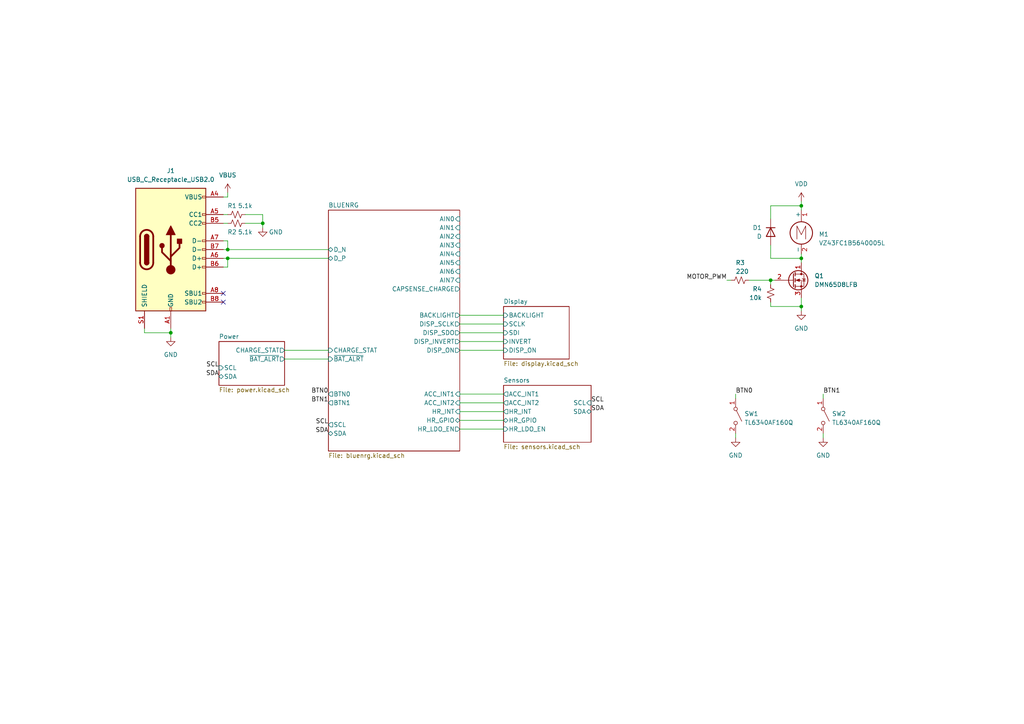
<source format=kicad_sch>
(kicad_sch (version 20230121) (generator eeschema)
  (paper "A4")
  (lib_symbols
    (symbol "Connector:USB_C_Receptacle_USB2.0" (pin_names (offset 1.016))
      (property "Reference" "J" (at -10.16 19.05 0))
      (property "Value" "USB_C_Receptacle_USB2.0" (at 19.05 19.05 0))
      (symbol "USB_C_Receptacle_USB2.0_0_0"
        (rectangle (start -0.254 -17.78) (end 0.254 -16.764))
        (rectangle (start 10.16 -14.986) (end 9.144 -15.494))
        (rectangle (start 10.16 -12.446) (end 9.144 -12.954))
        (rectangle (start 10.16 -4.826) (end 9.144 -5.334))
        (rectangle (start 10.16 -2.286) (end 9.144 -2.794))
        (rectangle (start 10.16 0.254) (end 9.144 -0.254))
        (rectangle (start 10.16 2.794) (end 9.144 2.286))
        (rectangle (start 10.16 7.874) (end 9.144 7.366))
        (rectangle (start 10.16 10.414) (end 9.144 9.906))
        (rectangle (start 10.16 15.494) (end 9.144 14.986))
      )
      (symbol "USB_C_Receptacle_USB2.0_0_1"
        (rectangle (start -10.16 17.78) (end 10.16 -17.78) (stroke (width 0.254)) (fill (type background)))
        (arc (start -8.89 -3.81) (mid -6.985 -5.7067) (end -5.08 -3.81) (stroke (width 0.508)))
        (arc (start -7.62 -3.81) (mid -6.985 -4.4423) (end -6.35 -3.81) (stroke (width 0.254)))
        (arc (start -7.62 -3.81) (mid -6.985 -4.4423) (end -6.35 -3.81) (stroke (width 0.254)) (fill (type outline)))
        (rectangle (start -7.62 -3.81) (end -6.35 3.81) (stroke (width 0.254)) (fill (type outline)))
        (arc (start -6.35 3.81) (mid -6.985 4.4423) (end -7.62 3.81) (stroke (width 0.254)))
        (arc (start -6.35 3.81) (mid -6.985 4.4423) (end -7.62 3.81) (stroke (width 0.254)) (fill (type outline)))
        (arc (start -5.08 3.81) (mid -6.985 5.7067) (end -8.89 3.81) (stroke (width 0.508)))
        (circle (center -2.54 1.143) (radius 0.635) (stroke (width 0.254)) (fill (type outline)))
        (circle (center 0 -5.842) (radius 1.27) (fill (type outline)))
        (polyline (pts (xy -8.89 -3.81) (xy -8.89 3.81)) (stroke (width 0.508)))
        (polyline (pts (xy -5.08 3.81) (xy -5.08 -3.81)) (stroke (width 0.508)))
        (polyline (pts (xy 0 -5.842) (xy 0 4.318)) (stroke (width 0.508)))
        (polyline (pts (xy 0 -3.302) (xy -2.54 -0.762) (xy -2.54 0.508)) (stroke (width 0.508)))
        (polyline (pts (xy 0 -2.032) (xy 2.54 0.508) (xy 2.54 1.778)) (stroke (width 0.508)))
        (polyline (pts (xy -1.27 4.318) (xy 0 6.858) (xy 1.27 4.318) (xy -1.27 4.318)) (stroke (width 0.254)) (fill (type outline)))
        (rectangle (start 1.905 1.778) (end 3.175 3.048) (stroke (width 0.254)) (fill (type outline)))
      )
      (symbol "USB_C_Receptacle_USB2.0_1_1"
        (pin passive line (at 0 -22.86 90) (length 5.08) (name "GND") (number "A1"))
        (pin passive line (at 0 -22.86 90) (length 5.08) hide (name "GND") (number "A12"))
        (pin passive line (at 15.24 15.24 180) (length 5.08) (name "VBUS") (number "A4"))
        (pin bidirectional line (at 15.24 10.16 180) (length 5.08) (name "CC1") (number "A5"))
        (pin bidirectional line (at 15.24 -2.54 180) (length 5.08) (name "D+") (number "A6"))
        (pin bidirectional line (at 15.24 2.54 180) (length 5.08) (name "D-") (number "A7"))
        (pin bidirectional line (at 15.24 -12.7 180) (length 5.08) (name "SBU1") (number "A8"))
        (pin passive line (at 15.24 15.24 180) (length 5.08) hide (name "VBUS") (number "A9"))
        (pin passive line (at 0 -22.86 90) (length 5.08) hide (name "GND") (number "B1"))
        (pin passive line (at 0 -22.86 90) (length 5.08) hide (name "GND") (number "B12"))
        (pin passive line (at 15.24 15.24 180) (length 5.08) hide (name "VBUS") (number "B4"))
        (pin bidirectional line (at 15.24 7.62 180) (length 5.08) (name "CC2") (number "B5"))
        (pin bidirectional line (at 15.24 -5.08 180) (length 5.08) (name "D+") (number "B6"))
        (pin bidirectional line (at 15.24 0 180) (length 5.08) (name "D-") (number "B7"))
        (pin bidirectional line (at 15.24 -15.24 180) (length 5.08) (name "SBU2") (number "B8"))
        (pin passive line (at 15.24 15.24 180) (length 5.08) hide (name "VBUS") (number "B9"))
        (pin passive line (at -7.62 -22.86 90) (length 5.08) (name "SHIELD") (number "S1"))
      )
    )
    (symbol "Device:D" (pin_numbers hide) (pin_names (offset 1.016) hide)
      (property "Reference" "D" (at 0 2.54 0))
      (property "Value" "D" (at 0 -2.54 0))
      (symbol "D_0_1"
        (polyline (pts (xy -1.27 1.27) (xy -1.27 -1.27)) (stroke (width 0.254)))
        (polyline (pts (xy 1.27 0) (xy -1.27 0)))
        (polyline (pts (xy 1.27 1.27) (xy 1.27 -1.27) (xy -1.27 0) (xy 1.27 1.27)) (stroke (width 0.254)))
      )
      (symbol "D_1_1"
        (pin passive line (at -3.81 0 0) (length 2.54) (name "K") (number "1"))
        (pin passive line (at 3.81 0 180) (length 2.54) (name "A") (number "2"))
      )
    )
    (symbol "Device:Q_NMOS_DGS" (pin_names (offset 0) hide)
      (property "Reference" "Q" (at 5.08 1.27 0))
      (property "Value" "Q_NMOS_DGS" (at 5.08 -1.27 0))
      (symbol "Q_NMOS_DGS_0_1"
        (polyline (pts (xy 0.254 0) (xy -2.54 0)))
        (polyline (pts (xy 0.254 1.905) (xy 0.254 -1.905)) (stroke (width 0.254)))
        (polyline (pts (xy 0.762 -1.27) (xy 0.762 -2.286)) (stroke (width 0.254)))
        (polyline (pts (xy 0.762 0.508) (xy 0.762 -0.508)) (stroke (width 0.254)))
        (polyline (pts (xy 0.762 2.286) (xy 0.762 1.27)) (stroke (width 0.254)))
        (polyline (pts (xy 2.54 2.54) (xy 2.54 1.778)))
        (polyline (pts (xy 2.54 -2.54) (xy 2.54 0) (xy 0.762 0)))
        (polyline (pts (xy 0.762 -1.778) (xy 3.302 -1.778) (xy 3.302 1.778) (xy 0.762 1.778)))
        (polyline (pts (xy 1.016 0) (xy 2.032 0.381) (xy 2.032 -0.381) (xy 1.016 0)) (fill (type outline)))
        (polyline (pts (xy 2.794 0.508) (xy 2.921 0.381) (xy 3.683 0.381) (xy 3.81 0.254)))
        (polyline (pts (xy 3.302 0.381) (xy 2.921 -0.254) (xy 3.683 -0.254) (xy 3.302 0.381)))
        (circle (center 1.651 0) (radius 2.794) (stroke (width 0.254)))
        (circle (center 2.54 -1.778) (radius 0.254) (fill (type outline)))
        (circle (center 2.54 1.778) (radius 0.254) (fill (type outline)))
      )
      (symbol "Q_NMOS_DGS_1_1"
        (pin passive line (at 2.54 5.08 270) (length 2.54) (name "D") (number "1"))
        (pin input line (at -5.08 0 0) (length 2.54) (name "G") (number "2"))
        (pin passive line (at 2.54 -5.08 90) (length 2.54) (name "S") (number "3"))
      )
    )
    (symbol "Device:R_Small_US" (pin_numbers hide) (pin_names (offset 0.254) hide)
      (property "Reference" "R" (at 0.762 0.508 0))
      (property "Value" "R_Small_US" (at 0.762 -1.016 0))
      (symbol "R_Small_US_1_1"
        (polyline (pts (xy 0 0) (xy 1.016 -0.381) (xy 0 -0.762) (xy -1.016 -1.143) (xy 0 -1.524)))
        (polyline (pts (xy 0 1.524) (xy 1.016 1.143) (xy 0 0.762) (xy -1.016 0.381) (xy 0 0)))
        (pin passive line (at 0 2.54 270) (length 1.016) (name "~") (number "1"))
        (pin passive line (at 0 -2.54 90) (length 1.016) (name "~") (number "2"))
      )
    )
    (symbol "Motor:Motor_DC" (pin_names (offset 0))
      (property "Reference" "M" (at 2.54 2.54 0))
      (property "Value" "Motor_DC" (at 2.54 -5.08 0))
      (symbol "Motor_DC_0_0"
        (polyline (pts (xy -1.27 -3.302) (xy -1.27 0.508) (xy 0 -2.032) (xy 1.27 0.508) (xy 1.27 -3.302)))
      )
      (symbol "Motor_DC_0_1"
        (circle (center 0 -1.524) (radius 3.2512) (stroke (width 0.254)))
        (polyline (pts (xy 0 -7.62) (xy 0 -7.112)))
        (polyline (pts (xy 0 -4.7752) (xy 0 -5.1816)))
        (polyline (pts (xy 0 1.7272) (xy 0 2.0828)))
        (polyline (pts (xy 0 2.032) (xy 0 2.54)))
      )
      (symbol "Motor_DC_1_1"
        (pin passive line (at 0 5.08 270) (length 2.54) (name "+") (number "1"))
        (pin passive line (at 0 -7.62 90) (length 2.54) (name "-") (number "2"))
      )
    )
    (symbol "Switch:SW_SPST" (pin_names (offset 0) hide)
      (property "Reference" "SW" (at 0 3.175 0))
      (property "Value" "SW_SPST" (at 0 -2.54 0))
      (symbol "SW_SPST_0_0"
        (circle (center -2.032 0) (radius 0.508))
        (polyline (pts (xy -1.524 0.254) (xy 1.524 1.778)))
        (circle (center 2.032 0) (radius 0.508))
      )
      (symbol "SW_SPST_1_1"
        (pin passive line (at -5.08 0 0) (length 2.54) (name "A") (number "1"))
        (pin passive line (at 5.08 0 180) (length 2.54) (name "B") (number "2"))
      )
    )
    (symbol "power:GND" (power) (pin_names (offset 0))
      (property "Value" "GND" (at 0 -3.81 0))
      (symbol "GND_0_1"
        (polyline (pts (xy 0 0) (xy 0 -1.27) (xy 1.27 -1.27) (xy 0 -2.54) (xy -1.27 -1.27) (xy 0 -1.27)))
      )
      (symbol "GND_1_1"
        (pin power_in line (at 0 0 270) (length 0) hide (name "GND") (number "1"))
      )
    )
    (symbol "power:VBUS" (power) (pin_names (offset 0))
      (property "Value" "VBUS" (at 0 3.81 0))
      (symbol "VBUS_0_1"
        (polyline (pts (xy -0.762 1.27) (xy 0 2.54)))
        (polyline (pts (xy 0 0) (xy 0 2.54)))
        (polyline (pts (xy 0 2.54) (xy 0.762 1.27)))
      )
      (symbol "VBUS_1_1"
        (pin power_in line (at 0 0 90) (length 0) hide (name "VBUS") (number "1"))
      )
    )
    (symbol "power:VDD" (power) (pin_names (offset 0))
      (property "Value" "VDD" (at 0 3.81 0))
      (symbol "VDD_0_1"
        (polyline (pts (xy -0.762 1.27) (xy 0 2.54)))
        (polyline (pts (xy 0 0) (xy 0 2.54)))
        (polyline (pts (xy 0 2.54) (xy 0.762 1.27)))
      )
      (symbol "VDD_1_1"
        (pin power_in line (at 0 0 90) (length 0) hide (name "VDD") (number "1"))
      )
    )
  )
  (junction (at 232.41 74.93))
  (junction (at 49.53 96.52))
  (junction (at 232.41 59.69))
  (junction (at 66.04 72.39))
  (junction (at 76.2 64.77))
  (junction (at 232.41 88.9))
  (junction (at 66.04 74.93))
  (junction (at 223.52 81.28))
  (no_connect (at 64.77 87.63))
  (no_connect (at 64.77 85.09))
  (wire (pts (xy 66.04 77.47) (xy 64.77 77.47)))
  (wire (pts (xy 41.91 95.25) (xy 41.91 96.52)))
  (wire (pts (xy 66.04 72.39) (xy 95.25 72.39)))
  (wire (pts (xy 133.35 99.06) (xy 146.05 99.06)))
  (wire (pts (xy 133.35 124.46) (xy 146.05 124.46)))
  (wire (pts (xy 66.04 74.93) (xy 95.25 74.93)))
  (wire (pts (xy 64.77 74.93) (xy 66.04 74.93)))
  (wire (pts (xy 238.76 114.3) (xy 238.76 115.57)))
  (wire (pts (xy 76.2 62.23) (xy 71.12 62.23)))
  (wire (pts (xy 133.35 101.6) (xy 146.05 101.6)))
  (wire (pts (xy 82.55 101.6) (xy 95.25 101.6)))
  (wire (pts (xy 213.36 114.3) (xy 213.36 115.57)))
  (wire (pts (xy 232.41 86.36) (xy 232.41 88.9)))
  (wire (pts (xy 223.52 88.9) (xy 232.41 88.9)))
  (wire (pts (xy 133.35 114.3) (xy 146.05 114.3)))
  (wire (pts (xy 232.41 58.42) (xy 232.41 59.69)))
  (wire (pts (xy 210.82 81.28) (xy 212.09 81.28)))
  (wire (pts (xy 64.77 64.77) (xy 66.04 64.77)))
  (wire (pts (xy 232.41 73.66) (xy 232.41 74.93)))
  (wire (pts (xy 76.2 64.77) (xy 76.2 62.23)))
  (wire (pts (xy 66.04 69.85) (xy 66.04 72.39)))
  (wire (pts (xy 217.17 81.28) (xy 223.52 81.28)))
  (wire (pts (xy 64.77 62.23) (xy 66.04 62.23)))
  (wire (pts (xy 41.91 96.52) (xy 49.53 96.52)))
  (wire (pts (xy 223.52 59.69) (xy 232.41 59.69)))
  (wire (pts (xy 71.12 64.77) (xy 76.2 64.77)))
  (wire (pts (xy 66.04 57.15) (xy 64.77 57.15)))
  (wire (pts (xy 232.41 74.93) (xy 232.41 76.2)))
  (wire (pts (xy 49.53 96.52) (xy 49.53 97.79)))
  (wire (pts (xy 232.41 88.9) (xy 232.41 90.17)))
  (wire (pts (xy 223.52 81.28) (xy 224.79 81.28)))
  (wire (pts (xy 223.52 74.93) (xy 232.41 74.93)))
  (wire (pts (xy 133.35 93.98) (xy 146.05 93.98)))
  (wire (pts (xy 133.35 96.52) (xy 146.05 96.52)))
  (wire (pts (xy 66.04 55.88) (xy 66.04 57.15)))
  (wire (pts (xy 49.53 95.25) (xy 49.53 96.52)))
  (wire (pts (xy 133.35 121.92) (xy 146.05 121.92)))
  (wire (pts (xy 133.35 91.44) (xy 146.05 91.44)))
  (wire (pts (xy 64.77 72.39) (xy 66.04 72.39)))
  (wire (pts (xy 213.36 125.73) (xy 213.36 127)))
  (wire (pts (xy 223.52 82.55) (xy 223.52 81.28)))
  (wire (pts (xy 66.04 74.93) (xy 66.04 77.47)))
  (wire (pts (xy 82.55 104.14) (xy 95.25 104.14)))
  (wire (pts (xy 232.41 59.69) (xy 232.41 60.96)))
  (wire (pts (xy 133.35 116.84) (xy 146.05 116.84)))
  (wire (pts (xy 64.77 69.85) (xy 66.04 69.85)))
  (wire (pts (xy 223.52 87.63) (xy 223.52 88.9)))
  (wire (pts (xy 133.35 119.38) (xy 146.05 119.38)))
  (wire (pts (xy 223.52 71.12) (xy 223.52 74.93)))
  (wire (pts (xy 76.2 66.04) (xy 76.2 64.77)))
  (wire (pts (xy 223.52 63.5) (xy 223.52 59.69)))
  (wire (pts (xy 238.76 125.73) (xy 238.76 127)))
  (label "BTN1" (at 95.25 116.84 180))
  (label "SCL" (at 95.25 123.19 180))
  (label "SCL" (at 63.5 106.68 180))
  (label "MOTOR_PWM" (at 210.82 81.28 180))
  (label "BTN1" (at 238.76 114.3 0))
  (label "SDA" (at 171.45 119.38 0))
  (label "SCL" (at 171.45 116.84 0))
  (label "BTN0" (at 213.36 114.3 0))
  (label "SDA" (at 95.25 125.73 180))
  (label "SDA" (at 63.5 109.22 180))
  (label "BTN0" (at 95.25 114.3 180))
  (symbol (lib_id "Device:R_Small_US") (at 223.52 85.09 0) (unit 1)
    (property "Reference" "R4" (at 220.98 83.82 0) (effects (justify right)))
    (property "Value" "10k" (at 220.98 86.36 0) (effects (justify right)))
    (property "Footprint" "Resistor_SMD:R_0402_1005Metric_Pad0.72x0.64mm_HandSolder" (effects hide))
  )
  (symbol (lib_id "Device:R_Small_US") (at 68.58 62.23 90) (unit 1)
    (property "Reference" "R1" (at 67.31 59.69 90))
    (property "Value" "5.1k" (at 71.12 59.69 90))
    (property "Footprint" "Resistor_SMD:R_0402_1005Metric_Pad0.72x0.64mm_HandSolder" (effects hide))
  )
  (symbol (lib_id "Motor:Motor_DC") (at 232.41 66.04 0) (unit 1)
    (property "Reference" "M1" (at 237.49 67.945 0) (effects (justify left)))
    (property "Value" "VZ43FC1B5640005L" (at 237.49 70.485 0) (effects (justify left)))
    (property "Footprint" "watch:VZ43FC1B5640005L" (effects hide))
  )
  (symbol (lib_id "Device:R_Small_US") (at 214.63 81.28 90) (unit 1)
    (property "Reference" "R3" (at 213.36 76.2 90) (effects (justify right)))
    (property "Value" "220" (at 213.36 78.74 90) (effects (justify right)))
    (property "Footprint" "Resistor_SMD:R_0402_1005Metric_Pad0.72x0.64mm_HandSolder" (effects hide))
  )
  (symbol (lib_id "power:GND") (at 213.36 127 0) (unit 1)
    (property "Reference" "#PWR06" (effects hide))
    (property "Value" "GND" (at 213.36 132.08 0))
  )
  (symbol (lib_id "Switch:SW_SPST") (at 213.36 120.65 270) (unit 1)
    (property "Reference" "SW1" (at 215.9 120.015 90) (effects (justify left)))
    (property "Value" "TL6340AF160Q" (at 215.9 122.555 90) (effects (justify left)))
    (property "Footprint" "watch:SW_TL6340AF160Q" (effects hide))
  )
  (symbol (lib_id "Device:D") (at 223.52 67.31 270) (unit 1)
    (property "Reference" "D1" (at 220.98 66.04 90) (effects (justify right)))
    (property "Value" "D" (at 220.98 68.58 90) (effects (justify right)))
    (property "Footprint" "Diode_SMD:D_0603_1608Metric_Pad1.05x0.95mm_HandSolder" (effects hide))
  )
  (symbol (lib_id "power:GND") (at 238.76 127 0) (unit 1)
    (property "Reference" "#PWR07" (effects hide))
    (property "Value" "GND" (at 238.76 132.08 0))
  )
  (symbol (lib_id "Connector:USB_C_Receptacle_USB2.0") (at 49.53 72.39 0) (unit 1)
    (property "Reference" "J1" (at 49.53 49.53 0))
    (property "Value" "USB_C_Receptacle_USB2.0" (at 49.53 52.07 0))
    (property "Footprint" "watch:MOLEX_2130830005" (effects hide))
    (property "Datasheet" "https://www.usb.org/sites/default/files/documents/usb_type-c.zip" (effects hide))
  )
  (symbol (lib_id "power:GND") (at 232.41 90.17 0) (unit 1)
    (property "Reference" "#PWR04" (effects hide))
    (property "Value" "GND" (at 232.41 95.25 0))
  )
  (symbol (lib_id "Device:R_Small_US") (at 68.58 64.77 90) (unit 1)
    (property "Reference" "R2" (at 67.31 67.31 90))
    (property "Value" "5.1k" (at 71.12 67.31 90))
    (property "Footprint" "Resistor_SMD:R_0402_1005Metric_Pad0.72x0.64mm_HandSolder" (effects hide))
  )
  (symbol (lib_id "power:VDD") (at 232.41 58.42 0) (unit 1)
    (property "Reference" "#PWR02" (effects hide))
    (property "Value" "VDD" (at 232.41 53.34 0))
  )
  (symbol (lib_id "Switch:SW_SPST") (at 238.76 120.65 270) (unit 1)
    (property "Reference" "SW2" (at 241.3 120.015 90) (effects (justify left)))
    (property "Value" "TL6340AF160Q" (at 241.3 122.555 90) (effects (justify left)))
    (property "Footprint" "watch:SW_TL6340AF160Q" (effects hide))
  )
  (symbol (lib_id "power:VBUS") (at 66.04 55.88 0) (unit 1)
    (property "Reference" "#PWR01" (effects hide))
    (property "Value" "VBUS" (at 66.04 50.8 0))
  )
  (symbol (lib_id "power:GND") (at 49.53 97.79 0) (unit 1)
    (property "Reference" "#PWR05" (effects hide))
    (property "Value" "GND" (at 49.53 102.87 0))
  )
  (symbol (lib_id "power:GND") (at 76.2 66.04 0) (unit 1)
    (property "Reference" "#PWR03" (effects hide))
    (property "Value" "GND" (at 80.01 67.31 0))
  )
  (symbol (lib_id "Device:Q_NMOS_DGS") (at 229.87 81.28 0) (unit 1)
    (property "Reference" "Q1" (at 236.22 80.0099 0) (effects (justify left)))
    (property "Value" "DMN65D8LFB" (at 236.22 82.5499 0) (effects (justify left)))
    (property "Footprint" "Package_DFN_QFN:Diodes_DFN1006-3" (effects hide))
    (property "Datasheet" "https://www.diodes.com/assets/Datasheets/DMN65D8LFB.pdf" (effects hide))
  )
  (sheet (at 63.5 99.06) (size 19.05 12.7) (stroke (width 0.1524))
    (property "Sheetname" "Power" (at 63.5 98.3484 0) (effects (justify left bottom)))
    (property "Sheetfile" "power.kicad_sch" (at 63.5 112.3446 0) (effects (justify left top)))
    (pin "CHARGE_STAT" output (at 82.55 101.6 0))
    (pin "SDA" bidirectional (at 63.5 109.22 180))
    (pin "~{BAT_ALRT}" output (at 82.55 104.14 0))
    (pin "SCL" input (at 63.5 106.68 180))
  )
  (sheet (at 146.05 88.9) (size 19.05 15.24) (stroke (width 0.1524))
    (property "Sheetname" "Display" (at 146.05 88.1884 0) (effects (justify left bottom)))
    (property "Sheetfile" "display.kicad_sch" (at 146.05 104.7246 0) (effects (justify left top)))
    (pin "BACKLIGHT" input (at 146.05 91.44 180))
    (pin "SCLK" input (at 146.05 93.98 180))
    (pin "SDI" input (at 146.05 96.52 180))
    (pin "INVERT" input (at 146.05 99.06 180))
    (pin "DISP_ON" input (at 146.05 101.6 180))
  )
  (sheet (at 95.25 60.96) (size 38.1 69.85) (stroke (width 0.1524))
    (property "Sheetname" "BLUENRG" (at 95.25 60.2484 0) (effects (justify left bottom)))
    (property "Sheetfile" "bluenrg.kicad_sch" (at 95.25 131.3946 0) (effects (justify left top)))
    (pin "D_N" bidirectional (at 95.25 72.39 180))
    (pin "D_P" bidirectional (at 95.25 74.93 180))
    (pin "AIN2" input (at 133.35 68.58 0))
    (pin "AIN3" input (at 133.35 71.12 0))
    (pin "AIN0" input (at 133.35 63.5 0))
    (pin "AIN1" input (at 133.35 66.04 0))
    (pin "DISP_SDO" output (at 133.35 96.52 0))
    (pin "DISP_INVERT" output (at 133.35 99.06 0))
    (pin "DISP_ON" output (at 133.35 101.6 0))
    (pin "DISP_SCLK" output (at 133.35 93.98 0))
    (pin "BACKLIGHT" output (at 133.35 91.44 0))
    (pin "ACC_INT1" input (at 133.35 114.3 0))
    (pin "HR_GPIO" bidirectional (at 133.35 121.92 0))
    (pin "HR_INT" input (at 133.35 119.38 0))
    (pin "~{BAT_ALRT}" input (at 95.25 104.14 180))
    (pin "ACC_INT2" input (at 133.35 116.84 0))
    (pin "SCL" output (at 95.25 123.19 180))
    (pin "SDA" bidirectional (at 95.25 125.73 180))
    (pin "CHARGE_STAT" input (at 95.25 101.6 180))
    (pin "CAPSENSE_CHARGE" output (at 133.35 83.82 0))
    (pin "BTN0" output (at 95.25 114.3 180))
    (pin "BTN1" output (at 95.25 116.84 180))
    (pin "AIN5" input (at 133.35 76.2 0))
    (pin "AIN6" input (at 133.35 78.74 0))
    (pin "AIN4" input (at 133.35 73.66 0))
    (pin "AIN7" input (at 133.35 81.28 0))
    (pin "HR_LDO_EN" output (at 133.35 124.46 0))
  )
  (sheet (at 146.05 111.76) (size 25.4 16.51) (stroke (width 0.1524))
    (property "Sheetname" "Sensors" (at 146.05 111.0484 0) (effects (justify left bottom)))
    (property "Sheetfile" "sensors.kicad_sch" (at 146.05 128.8546 0) (effects (justify left top)))
    (pin "HR_INT" output (at 146.05 119.38 180))
    (pin "HR_GPIO" bidirectional (at 146.05 121.92 180))
    (pin "SDA" bidirectional (at 171.45 119.38 0))
    (pin "SCL" input (at 171.45 116.84 0))
    (pin "ACC_INT1" output (at 146.05 114.3 180))
    (pin "ACC_INT2" output (at 146.05 116.84 180))
    (pin "HR_LDO_EN" input (at 146.05 124.46 180))
  )
)
</source>
